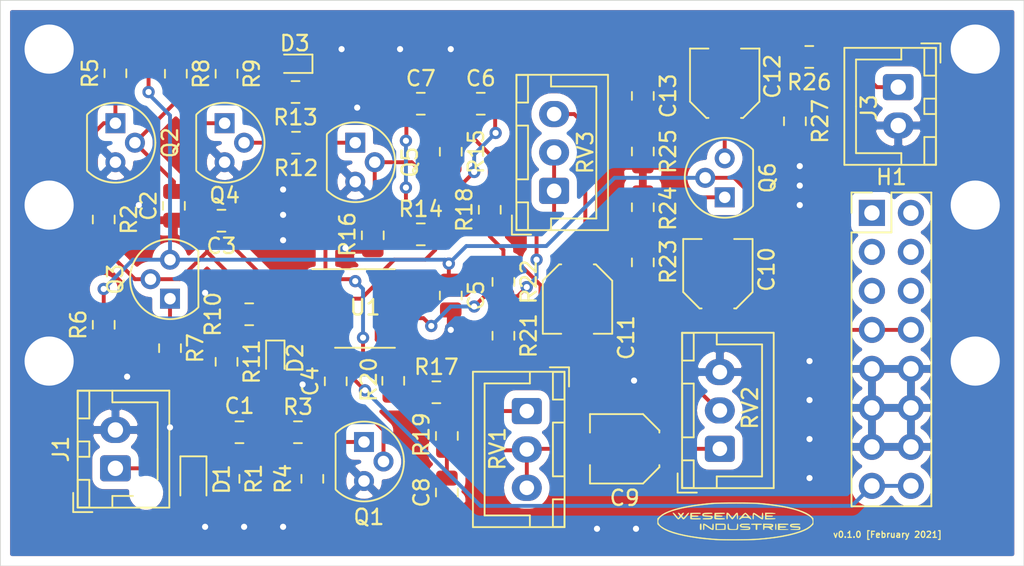
<source format=kicad_pcb>
(kicad_pcb (version 20171130) (host pcbnew 5.1.9-73d0e3b20d~88~ubuntu20.04.1)
  (layers (0 F.Cu signal) (31 B.Cu signal) (34 B.Paste user) (35 F.Paste user) (36 B.SilkS user) (37 F.SilkS user) (38 B.Mask user) (39 F.Mask user) (44 Edge.Cuts user))
  (net 0 "")
  (net 1 "Net-(C1-Pad1)")
  (net 2 "Net-(C1-Pad2)")
  (net 3 "Net-(C2-Pad2)")
  (net 4 GND)
  (net 5 "Net-(C3-Pad2)")
  (net 6 "Net-(C3-Pad1)")
  (net 7 -12V)
  (net 8 +12V)
  (net 9 "Net-(C6-Pad2)")
  (net 10 "Net-(C6-Pad1)")
  (net 11 "Net-(C7-Pad1)")
  (net 12 "Net-(C8-Pad2)")
  (net 13 "Net-(C9-Pad1)")
  (net 14 "Net-(C10-Pad1)")
  (net 15 "Net-(C10-Pad2)")
  (net 16 "Net-(C11-Pad2)")
  (net 17 "Net-(C11-Pad1)")
  (net 18 "Net-(C12-Pad2)")
  (net 19 "Net-(C12-Pad1)")
  (net 20 "Net-(D1-Pad2)")
  (net 21 "Net-(D3-Pad2)")
  (net 22 "Net-(H1-Pad1)")
  (net 23 "Net-(H1-Pad2)")
  (net 24 "Net-(H1-Pad3)")
  (net 25 "Net-(H1-Pad4)")
  (net 26 "Net-(H1-Pad5)")
  (net 27 "Net-(H1-Pad6)")
  (net 28 "Net-(J3-Pad1)")
  (net 29 "Net-(Q1-Pad1)")
  (net 30 "Net-(Q1-Pad2)")
  (net 31 "Net-(Q2-Pad1)")
  (net 32 "Net-(Q3-Pad1)")
  (net 33 "Net-(Q5-Pad1)")
  (net 34 "Net-(Q5-Pad2)")
  (net 35 "Net-(Q6-Pad1)")
  (net 36 "Net-(R17-Pad2)")
  (net 37 "Net-(R20-Pad1)")
  (net 38 "Net-(R21-Pad1)")
  (module Logos:wesemane_industries_logo_small (layer F.Cu) (at 152.654 117.221)
    (fp_text reference G*** hide)
    (fp_text value LOGO hide)
  )
  (module Resistor_SMD:R_0805_2012Metric (layer F.Cu) (at 111.506 104.3155 270)
    (fp_text reference R6 (at 0 1.651 90) (layer F.SilkS))
    (fp_text value 4.7k)
    (pad 1 smd roundrect (at -0.9375 0 270) (size 0.975 1.4) (layers F.Cu F.Paste F.Mask) (net 8 +12V))
    (pad 2 smd roundrect (at 0.9375 0 270) (size 0.975 1.4) (layers F.Cu F.Paste F.Mask) (net 32 "Net-(Q3-Pad1)"))
  )
  (module Capacitor_SMD:C_0805_2012Metric (layer F.Cu) (at 120.3475 111.3155 180)
    (fp_text reference C1 (at 0 1.7145) (layer F.SilkS))
    (fp_text value 100n)
    (pad 1 smd roundrect (at -0.9375 0 180) (size 0.975 1.4) (layers F.Cu F.Paste F.Mask) (net 1 "Net-(C1-Pad1)"))
    (pad 2 smd roundrect (at 0.9375 0 180) (size 0.975 1.4) (layers F.Cu F.Paste F.Mask) (net 2 "Net-(C1-Pad2)"))
  )
  (module Capacitor_SMD:C_0805_2012Metric (layer F.Cu) (at 116.078 96.5685 90)
    (fp_text reference C2 (at 0 -1.65 90) (layer F.SilkS))
    (fp_text value 100n)
    (pad 2 smd roundrect (at 0.9375 0 90) (size 0.975 1.4) (layers F.Cu F.Paste F.Mask) (net 3 "Net-(C2-Pad2)"))
    (pad 1 smd roundrect (at -0.9375 0 90) (size 0.975 1.4) (layers F.Cu F.Paste F.Mask) (net 4 GND))
  )
  (module Capacitor_SMD:C_0805_2012Metric (layer F.Cu) (at 119.1745 97.536 180)
    (fp_text reference C3 (at 0 -1.65) (layer F.SilkS))
    (fp_text value 15n)
    (pad 2 smd roundrect (at 0.9375 0 180) (size 0.975 1.4) (layers F.Cu F.Paste F.Mask) (net 5 "Net-(C3-Pad2)"))
    (pad 1 smd roundrect (at -0.9375 0 180) (size 0.975 1.4) (layers F.Cu F.Paste F.Mask) (net 6 "Net-(C3-Pad1)"))
  )
  (module Capacitor_SMD:C_0805_2012Metric (layer F.Cu) (at 126.619 107.9985 90)
    (fp_text reference C4 (at 0 -1.65 90) (layer F.SilkS))
    (fp_text value 100n)
    (pad 2 smd roundrect (at 0.9375 0 90) (size 0.975 1.4) (layers F.Cu F.Paste F.Mask) (net 7 -12V))
    (pad 1 smd roundrect (at -0.9375 0 90) (size 0.975 1.4) (layers F.Cu F.Paste F.Mask) (net 4 GND))
  )
  (module Capacitor_SMD:C_0805_2012Metric (layer F.Cu) (at 134.112 102.4105 270)
    (fp_text reference C5 (at 0 -1.65 90) (layer F.SilkS))
    (fp_text value 100n)
    (pad 1 smd roundrect (at -0.9375 0 270) (size 0.975 1.4) (layers F.Cu F.Paste F.Mask) (net 8 +12V))
    (pad 2 smd roundrect (at 0.9375 0 270) (size 0.975 1.4) (layers F.Cu F.Paste F.Mask) (net 4 GND))
  )
  (module Capacitor_SMD:C_0805_2012Metric (layer F.Cu) (at 136.0655 89.916)
    (fp_text reference C6 (at 0 -1.65) (layer F.SilkS))
    (fp_text value 15n)
    (pad 2 smd roundrect (at 0.9375 0) (size 0.975 1.4) (layers F.Cu F.Paste F.Mask) (net 9 "Net-(C6-Pad2)"))
    (pad 1 smd roundrect (at -0.9375 0) (size 0.975 1.4) (layers F.Cu F.Paste F.Mask) (net 10 "Net-(C6-Pad1)"))
  )
  (module Capacitor_SMD:C_0805_2012Metric (layer F.Cu) (at 132.1585 89.916)
    (fp_text reference C7 (at 0 -1.65) (layer F.SilkS))
    (fp_text value 15n)
    (pad 1 smd roundrect (at -0.9375 0) (size 0.975 1.4) (layers F.Cu F.Paste F.Mask) (net 11 "Net-(C7-Pad1)"))
    (pad 2 smd roundrect (at 0.9375 0) (size 0.975 1.4) (layers F.Cu F.Paste F.Mask) (net 10 "Net-(C6-Pad1)"))
  )
  (module Capacitor_SMD:C_0805_2012Metric (layer F.Cu) (at 133.858 115.2375 90)
    (fp_text reference C8 (at 0 -1.65 90) (layer F.SilkS))
    (fp_text value 100n)
    (pad 1 smd roundrect (at -0.9375 0 90) (size 0.975 1.4) (layers F.Cu F.Paste F.Mask) (net 4 GND))
    (pad 2 smd roundrect (at 0.9375 0 90) (size 0.975 1.4) (layers F.Cu F.Paste F.Mask) (net 12 "Net-(C8-Pad2)"))
  )
  (module Capacitor_SMD:C_Elec_4x5.4 (layer F.Cu) (at 145.439 112.395 180)
    (fp_text reference C9 (at 0 -3.2) (layer F.SilkS))
    (fp_text value 0.47/50)
    (pad 1 smd roundrect (at -1.675 0 180) (size 2.65 1.6) (layers F.Cu F.Paste F.Mask) (roundrect_rratio 0.15625) (net 13 "Net-(C9-Pad1)"))
    (pad 2 smd roundrect (at 1.675 0 180) (size 2.65 1.6) (layers F.Cu F.Paste F.Mask) (roundrect_rratio 0.15625) (net 12 "Net-(C8-Pad2)"))
  )
  (module Capacitor_SMD:C_Elec_4x5.4 (layer F.Cu) (at 151.511 100.989 90)
    (fp_text reference C10 (at 0.278 3.175 90) (layer F.SilkS))
    (fp_text value 0.47/50)
    (pad 1 smd roundrect (at -1.675 0 90) (size 2.65 1.6) (layers F.Cu F.Paste F.Mask) (roundrect_rratio 0.15625) (net 14 "Net-(C10-Pad1)"))
    (pad 2 smd roundrect (at 1.675 0 90) (size 2.65 1.6) (layers F.Cu F.Paste F.Mask) (roundrect_rratio 0.15625) (net 15 "Net-(C10-Pad2)"))
  )
  (module Capacitor_SMD:C_Elec_4x5.4 (layer F.Cu) (at 142.367 102.64 270)
    (fp_text reference C11 (at 2.516 -3.175 90) (layer F.SilkS))
    (fp_text value 33/6.3)
    (pad 2 smd roundrect (at 1.675 0 270) (size 2.65 1.6) (layers F.Cu F.Paste F.Mask) (roundrect_rratio 0.15625) (net 16 "Net-(C11-Pad2)"))
    (pad 1 smd roundrect (at -1.675 0 270) (size 2.65 1.6) (layers F.Cu F.Paste F.Mask) (roundrect_rratio 0.15625) (net 17 "Net-(C11-Pad1)"))
  )
  (module Capacitor_SMD:C_Elec_4x5.4 (layer F.Cu) (at 151.9555 88.5825 90)
    (fp_text reference C12 (at 0.4445 3.1115 90) (layer F.SilkS))
    (fp_text value 0.47/50)
    (pad 2 smd roundrect (at 1.675 0 90) (size 2.65 1.6) (layers F.Cu F.Paste F.Mask) (roundrect_rratio 0.15625) (net 18 "Net-(C12-Pad2)"))
    (pad 1 smd roundrect (at -1.675 0 90) (size 2.65 1.6) (layers F.Cu F.Paste F.Mask) (roundrect_rratio 0.15625) (net 19 "Net-(C12-Pad1)"))
  )
  (module Capacitor_SMD:C_0805_2012Metric (layer F.Cu) (at 146.6215 89.408 270)
    (fp_text reference C13 (at 0 -1.65 90) (layer F.SilkS))
    (fp_text value 220p)
    (pad 1 smd roundrect (at -0.9375 0 270) (size 0.975 1.4) (layers F.Cu F.Paste F.Mask) (net 4 GND))
    (pad 2 smd roundrect (at 0.9375 0 270) (size 0.975 1.4) (layers F.Cu F.Paste F.Mask) (net 19 "Net-(C12-Pad1)"))
  )
  (module Diode_SMD:D_SOD-323F (layer F.Cu) (at 117.348 114.384 270)
    (fp_text reference D1 (at 0 -1.85 90) (layer F.SilkS))
    (fp_text value 1N914A)
    (pad 1 smd rect (at -1.1 0 270) (size 0.5 0.5) (layers F.Cu F.Paste F.Mask) (net 2 "Net-(C1-Pad2)"))
    (pad 2 smd rect (at 1.1 0 270) (size 0.5 0.5) (layers F.Cu F.Paste F.Mask) (net 20 "Net-(D1-Pad2)"))
  )
  (module Diode_SMD:D_SOD-523 (layer F.Cu) (at 122.682 106.491 270)
    (fp_text reference D2 (at 0 -1.3 90) (layer F.SilkS))
    (fp_text value 1N4148)
    (pad 2 smd rect (at 0.7 0 90) (size 0.6 0.7) (layers F.Cu F.Paste F.Mask) (net 4 GND))
    (pad 1 smd rect (at -0.7 0 90) (size 0.6 0.7) (layers F.Cu F.Paste F.Mask) (net 6 "Net-(C3-Pad1)"))
  )
  (module Diode_SMD:D_SOD-523 (layer F.Cu) (at 123.952 87.3125 180)
    (fp_text reference D3 (at 0 1.3335) (layer F.SilkS))
    (fp_text value 1N4148)
    (pad 1 smd rect (at -0.7 0) (size 0.6 0.7) (layers F.Cu F.Paste F.Mask) (net 4 GND))
    (pad 2 smd rect (at 0.7 0) (size 0.6 0.7) (layers F.Cu F.Paste F.Mask) (net 21 "Net-(D3-Pad2)"))
  )
  (module Connector_PinHeader_2.54mm:PinHeader_2x08_P2.54mm_Vertical (layer F.Cu) (at 161.544 97.028)
    (fp_text reference H1 (at 1.27 -2.33) (layer F.SilkS))
    (fp_text value PIN_HEADER_2x8)
    (pad 1 thru_hole rect (at 0 0) (size 1.7 1.7) (drill 1) (layers *.Cu *.Mask) (net 22 "Net-(H1-Pad1)"))
    (pad 2 thru_hole oval (at 2.54 0) (size 1.7 1.7) (drill 1) (layers *.Cu *.Mask) (net 23 "Net-(H1-Pad2)"))
    (pad 3 thru_hole oval (at 0 2.54) (size 1.7 1.7) (drill 1) (layers *.Cu *.Mask) (net 24 "Net-(H1-Pad3)"))
    (pad 4 thru_hole oval (at 2.54 2.54) (size 1.7 1.7) (drill 1) (layers *.Cu *.Mask) (net 25 "Net-(H1-Pad4)"))
    (pad 5 thru_hole oval (at 0 5.08) (size 1.7 1.7) (drill 1) (layers *.Cu *.Mask) (net 26 "Net-(H1-Pad5)"))
    (pad 6 thru_hole oval (at 2.54 5.08) (size 1.7 1.7) (drill 1) (layers *.Cu *.Mask) (net 27 "Net-(H1-Pad6)"))
    (pad 7 thru_hole oval (at 0 7.62) (size 1.7 1.7) (drill 1) (layers *.Cu *.Mask) (net 8 +12V))
    (pad 8 thru_hole oval (at 2.54 7.62) (size 1.7 1.7) (drill 1) (layers *.Cu *.Mask) (net 8 +12V))
    (pad 9 thru_hole oval (at 0 10.16) (size 1.7 1.7) (drill 1) (layers *.Cu *.Mask) (net 4 GND))
    (pad 10 thru_hole oval (at 2.54 10.16) (size 1.7 1.7) (drill 1) (layers *.Cu *.Mask) (net 4 GND))
    (pad 11 thru_hole oval (at 0 12.7) (size 1.7 1.7) (drill 1) (layers *.Cu *.Mask) (net 4 GND))
    (pad 12 thru_hole oval (at 2.54 12.7) (size 1.7 1.7) (drill 1) (layers *.Cu *.Mask) (net 4 GND))
    (pad 13 thru_hole oval (at 0 15.24) (size 1.7 1.7) (drill 1) (layers *.Cu *.Mask) (net 4 GND))
    (pad 14 thru_hole oval (at 2.54 15.24) (size 1.7 1.7) (drill 1) (layers *.Cu *.Mask) (net 4 GND))
    (pad 15 thru_hole oval (at 0 17.78) (size 1.7 1.7) (drill 1) (layers *.Cu *.Mask) (net 7 -12V))
    (pad 16 thru_hole oval (at 2.54 17.78) (size 1.7 1.7) (drill 1) (layers *.Cu *.Mask) (net 7 -12V))
  )
  (module Connector_JST:JST_XH_B2B-XH-AM_1x02_P2.50mm_Vertical (layer F.Cu) (at 112.268 113.665 90)
    (fp_text reference J1 (at 1.25 -3.55 90) (layer F.SilkS))
    (fp_text value "CV IN")
    (pad 1 thru_hole roundrect (at 0 0 90) (size 1.7 2) (drill 1) (layers *.Cu *.Mask) (roundrect_rratio 0.1470588235294118) (net 20 "Net-(D1-Pad2)"))
    (pad 2 thru_hole oval (at 2.5 0 90) (size 1.7 2) (drill 1) (layers *.Cu *.Mask) (net 4 GND))
    (pad "" np_thru_hole circle (at -1.6 2 90) (size 1.2 1.2) (drill 1.2) (layers *.Cu *.Mask))
  )
  (module Connector_JST:JST_XH_B2B-XH-A_1x02_P2.50mm_Vertical (layer F.Cu) (at 163.2585 88.8365 270)
    (fp_text reference J3 (at 1.3335 1.905 90) (layer F.SilkS))
    (fp_text value "TRIGGER OUT")
    (pad 1 thru_hole roundrect (at 0 0 270) (size 1.7 2) (drill 1) (layers *.Cu *.Mask) (roundrect_rratio 0.1470588235294118) (net 28 "Net-(J3-Pad1)"))
    (pad 2 thru_hole oval (at 2.5 0 270) (size 1.7 2) (drill 1) (layers *.Cu *.Mask) (net 4 GND))
  )
  (module Package_TO_SOT_THT:TO-92 (layer F.Cu) (at 128.4605 111.9505 270)
    (fp_text reference Q1 (at 4.8895 -0.3175 180) (layer F.SilkS))
    (fp_text value BC546)
    (pad 1 thru_hole rect (at 0 0) (size 1.3 1.3) (drill 0.75) (layers *.Cu *.Mask) (net 29 "Net-(Q1-Pad1)"))
    (pad 3 thru_hole circle (at 2.54 0) (size 1.3 1.3) (drill 0.75) (layers *.Cu *.Mask) (net 4 GND))
    (pad 2 thru_hole circle (at 1.27 -1.27) (size 1.3 1.3) (drill 0.75) (layers *.Cu *.Mask) (net 30 "Net-(Q1-Pad2)"))
  )
  (module Package_TO_SOT_THT:TO-92 (layer F.Cu) (at 112.268 91.186 270)
    (fp_text reference Q2 (at 1.27 -3.56 90) (layer F.SilkS))
    (fp_text value BC546)
    (pad 1 thru_hole rect (at 0 0) (size 1.3 1.3) (drill 0.75) (layers *.Cu *.Mask) (net 31 "Net-(Q2-Pad1)"))
    (pad 3 thru_hole circle (at 2.54 0) (size 1.3 1.3) (drill 0.75) (layers *.Cu *.Mask) (net 4 GND))
    (pad 2 thru_hole circle (at 1.27 -1.27) (size 1.3 1.3) (drill 0.75) (layers *.Cu *.Mask) (net 3 "Net-(C2-Pad2)"))
  )
  (module Package_TO_SOT_THT:TO-92 (layer F.Cu) (at 115.824 102.616 90)
    (fp_text reference Q3 (at 1.27 -3.56 90) (layer F.SilkS))
    (fp_text value BC556)
    (pad 2 thru_hole circle (at 1.27 -1.27 180) (size 1.3 1.3) (drill 0.75) (layers *.Cu *.Mask) (net 5 "Net-(C3-Pad2)"))
    (pad 3 thru_hole circle (at 2.54 0 180) (size 1.3 1.3) (drill 0.75) (layers *.Cu *.Mask) (net 8 +12V))
    (pad 1 thru_hole rect (at 0 0 180) (size 1.3 1.3) (drill 0.75) (layers *.Cu *.Mask) (net 32 "Net-(Q3-Pad1)"))
  )
  (module Package_TO_SOT_THT:TO-92 (layer F.Cu) (at 119.38 91.186 270)
    (fp_text reference Q4 (at 4.699 0 180) (layer F.SilkS))
    (fp_text value BC546)
    (pad 2 thru_hole circle (at 1.27 -1.27) (size 1.3 1.3) (drill 0.75) (layers *.Cu *.Mask) (net 21 "Net-(D3-Pad2)"))
    (pad 3 thru_hole circle (at 2.54 0) (size 1.3 1.3) (drill 0.75) (layers *.Cu *.Mask) (net 4 GND))
    (pad 1 thru_hole rect (at 0 0) (size 1.3 1.3) (drill 0.75) (layers *.Cu *.Mask) (net 3 "Net-(C2-Pad2)"))
  )
  (module Package_TO_SOT_THT:TO-92 (layer F.Cu) (at 127.889 92.456 270)
    (fp_text reference Q5 (at 1.27 -3.56 90) (layer F.SilkS))
    (fp_text value BC546)
    (pad 1 thru_hole rect (at 0 0) (size 1.3 1.3) (drill 0.75) (layers *.Cu *.Mask) (net 33 "Net-(Q5-Pad1)"))
    (pad 3 thru_hole circle (at 2.54 0) (size 1.3 1.3) (drill 0.75) (layers *.Cu *.Mask) (net 4 GND))
    (pad 2 thru_hole circle (at 1.27 -1.27) (size 1.3 1.3) (drill 0.75) (layers *.Cu *.Mask) (net 34 "Net-(Q5-Pad2)"))
  )
  (module Package_TO_SOT_THT:TO-92 (layer F.Cu) (at 151.9555 96.012 90)
    (fp_text reference Q6 (at 1.27 2.794 90) (layer F.SilkS))
    (fp_text value BC546)
    (pad 2 thru_hole circle (at 1.27 -1.27 180) (size 1.3 1.3) (drill 0.75) (layers *.Cu *.Mask) (net 8 +12V))
    (pad 3 thru_hole circle (at 2.54 0 180) (size 1.3 1.3) (drill 0.75) (layers *.Cu *.Mask) (net 19 "Net-(C12-Pad1)"))
    (pad 1 thru_hole rect (at 0 0 180) (size 1.3 1.3) (drill 0.75) (layers *.Cu *.Mask) (net 35 "Net-(Q6-Pad1)"))
  )
  (module Resistor_SMD:R_0805_2012Metric (layer F.Cu) (at 119.634 114.3485 270)
    (fp_text reference R1 (at 0 -1.65 90) (layer F.SilkS))
    (fp_text value 100k)
    (pad 2 smd roundrect (at 0.9375 0 270) (size 0.975 1.4) (layers F.Cu F.Paste F.Mask) (net 4 GND))
    (pad 1 smd roundrect (at -0.9375 0 270) (size 0.975 1.4) (layers F.Cu F.Paste F.Mask) (net 2 "Net-(C1-Pad2)"))
  )
  (module Resistor_SMD:R_0805_2012Metric (layer F.Cu) (at 111.506 97.4575 270)
    (fp_text reference R2 (at 0 -1.65 90) (layer F.SilkS))
    (fp_text value 8.2k)
    (pad 1 smd roundrect (at -0.9375 0 270) (size 0.975 1.4) (layers F.Cu F.Paste F.Mask) (net 31 "Net-(Q2-Pad1)"))
    (pad 2 smd roundrect (at 0.9375 0 270) (size 0.975 1.4) (layers F.Cu F.Paste F.Mask) (net 5 "Net-(C3-Pad2)"))
  )
  (module Resistor_SMD:R_0805_2012Metric (layer F.Cu) (at 124.1575 111.3155)
    (fp_text reference R3 (at 0 -1.65) (layer F.SilkS))
    (fp_text value 22k)
    (pad 2 smd roundrect (at 0.9375 0) (size 0.975 1.4) (layers F.Cu F.Paste F.Mask) (net 29 "Net-(Q1-Pad1)"))
    (pad 1 smd roundrect (at -0.9375 0) (size 0.975 1.4) (layers F.Cu F.Paste F.Mask) (net 1 "Net-(C1-Pad1)"))
  )
  (module Resistor_SMD:R_0805_2012Metric (layer F.Cu) (at 125.095 114.3485 270)
    (fp_text reference R4 (at 0 1.905 90) (layer F.SilkS))
    (fp_text value 10k)
    (pad 1 smd roundrect (at -0.9375 0 270) (size 0.975 1.4) (layers F.Cu F.Paste F.Mask) (net 29 "Net-(Q1-Pad1)"))
    (pad 2 smd roundrect (at 0.9375 0 270) (size 0.975 1.4) (layers F.Cu F.Paste F.Mask) (net 4 GND))
  )
  (module Resistor_SMD:R_0805_2012Metric (layer F.Cu) (at 112.268 87.9325 90)
    (fp_text reference R5 (at 0 -1.65 90) (layer F.SilkS))
    (fp_text value 2.7k)
    (pad 2 smd roundrect (at 0.9375 0 90) (size 0.975 1.4) (layers F.Cu F.Paste F.Mask) (net 4 GND))
    (pad 1 smd roundrect (at -0.9375 0 90) (size 0.975 1.4) (layers F.Cu F.Paste F.Mask) (net 31 "Net-(Q2-Pad1)"))
  )
  (module Resistor_SMD:R_0805_2012Metric (layer F.Cu) (at 115.824 105.8395 270)
    (fp_text reference R7 (at 0 -1.65 90) (layer F.SilkS))
    (fp_text value 10k)
    (pad 1 smd roundrect (at -0.9375 0 270) (size 0.975 1.4) (layers F.Cu F.Paste F.Mask) (net 32 "Net-(Q3-Pad1)"))
    (pad 2 smd roundrect (at 0.9375 0 270) (size 0.975 1.4) (layers F.Cu F.Paste F.Mask) (net 30 "Net-(Q1-Pad2)"))
  )
  (module Resistor_SMD:R_0805_2012Metric (layer F.Cu) (at 116.205 87.9625 270)
    (fp_text reference R8 (at 0 -1.65 90) (layer F.SilkS))
    (fp_text value 1M)
    (pad 2 smd roundrect (at 0.9375 0 270) (size 0.975 1.4) (layers F.Cu F.Paste F.Mask) (net 3 "Net-(C2-Pad2)"))
    (pad 1 smd roundrect (at -0.9375 0 270) (size 0.975 1.4) (layers F.Cu F.Paste F.Mask) (net 8 +12V))
  )
  (module Resistor_SMD:R_0805_2012Metric (layer F.Cu) (at 119.507 87.9625 270)
    (fp_text reference R9 (at 0 -1.65 90) (layer F.SilkS))
    (fp_text value 22k)
    (pad 2 smd roundrect (at 0.9375 0 270) (size 0.975 1.4) (layers F.Cu F.Paste F.Mask) (net 21 "Net-(D3-Pad2)"))
    (pad 1 smd roundrect (at -0.9375 0 270) (size 0.975 1.4) (layers F.Cu F.Paste F.Mask) (net 8 +12V))
  )
  (module Resistor_SMD:R_0805_2012Metric (layer F.Cu) (at 120.9825 103.632 180)
    (fp_text reference R10 (at 2.3645 0 90) (layer F.SilkS))
    (fp_text value 100k)
    (pad 1 smd roundrect (at -0.9375 0 180) (size 0.975 1.4) (layers F.Cu F.Paste F.Mask) (net 6 "Net-(C3-Pad1)"))
    (pad 2 smd roundrect (at 0.9375 0 180) (size 0.975 1.4) (layers F.Cu F.Paste F.Mask) (net 5 "Net-(C3-Pad2)"))
  )
  (module Resistor_SMD:R_0805_2012Metric (layer F.Cu) (at 119.507 106.7285 270)
    (fp_text reference R11 (at 0 -1.65 90) (layer F.SilkS))
    (fp_text value 4.7k)
    (pad 2 smd roundrect (at 0.9375 0 270) (size 0.975 1.4) (layers F.Cu F.Paste F.Mask) (net 4 GND))
    (pad 1 smd roundrect (at -0.9375 0 270) (size 0.975 1.4) (layers F.Cu F.Paste F.Mask) (net 6 "Net-(C3-Pad1)"))
  )
  (module Resistor_SMD:R_0805_2012Metric (layer F.Cu) (at 124.0305 92.456 180)
    (fp_text reference R12 (at 0 -1.65) (layer F.SilkS))
    (fp_text value 100k)
    (pad 1 smd roundrect (at -0.9375 0 180) (size 0.975 1.4) (layers F.Cu F.Paste F.Mask) (net 33 "Net-(Q5-Pad1)"))
    (pad 2 smd roundrect (at 0.9375 0 180) (size 0.975 1.4) (layers F.Cu F.Paste F.Mask) (net 21 "Net-(D3-Pad2)"))
  )
  (module Resistor_SMD:R_0805_2012Metric (layer F.Cu) (at 124.0005 89.154 180)
    (fp_text reference R13 (at 0 -1.65) (layer F.SilkS))
    (fp_text value 1M)
    (pad 2 smd roundrect (at 0.9375 0 180) (size 0.975 1.4) (layers F.Cu F.Paste F.Mask) (net 21 "Net-(D3-Pad2)"))
    (pad 1 smd roundrect (at -0.9375 0 180) (size 0.975 1.4) (layers F.Cu F.Paste F.Mask) (net 10 "Net-(C6-Pad1)"))
  )
  (module Resistor_SMD:R_0805_2012Metric (layer F.Cu) (at 132.1585 98.425)
    (fp_text reference R14 (at 0 -1.65) (layer F.SilkS))
    (fp_text value 1M)
    (pad 1 smd roundrect (at -0.9375 0) (size 0.975 1.4) (layers F.Cu F.Paste F.Mask) (net 11 "Net-(C7-Pad1)"))
    (pad 2 smd roundrect (at 0.9375 0) (size 0.975 1.4) (layers F.Cu F.Paste F.Mask) (net 9 "Net-(C6-Pad2)"))
  )
  (module Resistor_SMD:R_0805_2012Metric (layer F.Cu) (at 134.112 93.0425 270)
    (fp_text reference R15 (at 0 -1.65 90) (layer F.SilkS))
    (fp_text value 6.8k)
    (pad 2 smd roundrect (at 0.9375 0 270) (size 0.975 1.4) (layers F.Cu F.Paste F.Mask) (net 34 "Net-(Q5-Pad2)"))
    (pad 1 smd roundrect (at -0.9375 0 270) (size 0.975 1.4) (layers F.Cu F.Paste F.Mask) (net 10 "Net-(C6-Pad1)"))
  )
  (module Resistor_SMD:R_0805_2012Metric (layer F.Cu) (at 129.032 98.4885 270)
    (fp_text reference R16 (at -0.0635 1.651 90) (layer F.SilkS))
    (fp_text value 47k)
    (pad 2 smd roundrect (at 0.9375 0 270) (size 0.975 1.4) (layers F.Cu F.Paste F.Mask) (net 4 GND))
    (pad 1 smd roundrect (at -0.9375 0 270) (size 0.975 1.4) (layers F.Cu F.Paste F.Mask) (net 34 "Net-(Q5-Pad2)"))
  )
  (module Resistor_SMD:R_0805_2012Metric (layer F.Cu) (at 133.1745 108.712)
    (fp_text reference R17 (at 0 -1.65) (layer F.SilkS))
    (fp_text value 220)
    (pad 1 smd roundrect (at -0.9375 0) (size 0.975 1.4) (layers F.Cu F.Paste F.Mask) (net 11 "Net-(C7-Pad1)"))
    (pad 2 smd roundrect (at 0.9375 0) (size 0.975 1.4) (layers F.Cu F.Paste F.Mask) (net 36 "Net-(R17-Pad2)"))
  )
  (module Resistor_SMD:R_0805_2012Metric (layer F.Cu) (at 136.652 96.8225 90)
    (fp_text reference R18 (at 0 -1.65 90) (layer F.SilkS))
    (fp_text value 470k)
    (pad 1 smd roundrect (at -0.9375 0 90) (size 0.975 1.4) (layers F.Cu F.Paste F.Mask) (net 16 "Net-(C11-Pad2)"))
    (pad 2 smd roundrect (at 0.9375 0 90) (size 0.975 1.4) (layers F.Cu F.Paste F.Mask) (net 10 "Net-(C6-Pad1)"))
  )
  (module Resistor_SMD:R_0805_2012Metric (layer F.Cu) (at 133.858 111.5545 270)
    (fp_text reference R19 (at -0.0785 1.651 90) (layer F.SilkS))
    (fp_text value 10k)
    (pad 2 smd roundrect (at 0.9375 0 270) (size 0.975 1.4) (layers F.Cu F.Paste F.Mask) (net 12 "Net-(C8-Pad2)"))
    (pad 1 smd roundrect (at -0.9375 0 270) (size 0.975 1.4) (layers F.Cu F.Paste F.Mask) (net 36 "Net-(R17-Pad2)"))
  )
  (module Resistor_SMD:R_0805_2012Metric (layer F.Cu) (at 130.3655 107.965 270)
    (fp_text reference R20 (at -0.0785 1.5875 90) (layer F.SilkS))
    (fp_text value 47k)
    (pad 2 smd roundrect (at 0.9375 0 270) (size 0.975 1.4) (layers F.Cu F.Paste F.Mask) (net 11 "Net-(C7-Pad1)"))
    (pad 1 smd roundrect (at -0.9375 0 270) (size 0.975 1.4) (layers F.Cu F.Paste F.Mask) (net 37 "Net-(R20-Pad1)"))
  )
  (module Resistor_SMD:R_0805_2012Metric (layer F.Cu) (at 137.541 105.029 270)
    (fp_text reference R21 (at 0 -1.65 90) (layer F.SilkS))
    (fp_text value 22k)
    (pad 2 smd roundrect (at 0.9375 0 270) (size 0.975 1.4) (layers F.Cu F.Paste F.Mask) (net 4 GND))
    (pad 1 smd roundrect (at -0.9375 0 270) (size 0.975 1.4) (layers F.Cu F.Paste F.Mask) (net 38 "Net-(R21-Pad1)"))
  )
  (module Resistor_SMD:R_0805_2012Metric (layer F.Cu) (at 137.541 101.5215 270)
    (fp_text reference R22 (at 0 -1.65 90) (layer F.SilkS))
    (fp_text value 47k)
    (pad 1 smd roundrect (at -0.9375 0 270) (size 0.975 1.4) (layers F.Cu F.Paste F.Mask) (net 16 "Net-(C11-Pad2)"))
    (pad 2 smd roundrect (at 0.9375 0 270) (size 0.975 1.4) (layers F.Cu F.Paste F.Mask) (net 37 "Net-(R20-Pad1)"))
  )
  (module Resistor_SMD:R_0805_2012Metric (layer F.Cu) (at 146.6215 100.2515 270)
    (fp_text reference R23 (at -0.0485 -1.651 90) (layer F.SilkS))
    (fp_text value 82k)
    (pad 1 smd roundrect (at -0.9375 0 270) (size 0.975 1.4) (layers F.Cu F.Paste F.Mask) (net 35 "Net-(Q6-Pad1)"))
    (pad 2 smd roundrect (at 0.9375 0 270) (size 0.975 1.4) (layers F.Cu F.Paste F.Mask) (net 15 "Net-(C10-Pad2)"))
  )
  (module Resistor_SMD:R_0805_2012Metric (layer F.Cu) (at 146.6215 96.662 90)
    (fp_text reference R24 (at -0.0785 1.651 90) (layer F.SilkS))
    (fp_text value 100k)
    (pad 1 smd roundrect (at -0.9375 0 90) (size 0.975 1.4) (layers F.Cu F.Paste F.Mask) (net 35 "Net-(Q6-Pad1)"))
    (pad 2 smd roundrect (at 0.9375 0 90) (size 0.975 1.4) (layers F.Cu F.Paste F.Mask) (net 4 GND))
  )
  (module Resistor_SMD:R_0805_2012Metric (layer F.Cu) (at 146.6215 93.0275 270)
    (fp_text reference R25 (at 0 -1.65 90) (layer F.SilkS))
    (fp_text value 6.8k)
    (pad 1 smd roundrect (at -0.9375 0 270) (size 0.975 1.4) (layers F.Cu F.Paste F.Mask) (net 19 "Net-(C12-Pad1)"))
    (pad 2 smd roundrect (at 0.9375 0 270) (size 0.975 1.4) (layers F.Cu F.Paste F.Mask) (net 4 GND))
  )
  (module Resistor_SMD:R_0805_2012Metric (layer F.Cu) (at 157.465 86.868 180)
    (fp_text reference R26 (at 0 -1.65) (layer F.SilkS))
    (fp_text value 1k)
    (pad 2 smd roundrect (at 0.9375 0 180) (size 0.975 1.4) (layers F.Cu F.Paste F.Mask) (net 18 "Net-(C12-Pad2)"))
    (pad 1 smd roundrect (at -0.9375 0 180) (size 0.975 1.4) (layers F.Cu F.Paste F.Mask) (net 28 "Net-(J3-Pad1)"))
  )
  (module Resistor_SMD:R_0805_2012Metric (layer F.Cu) (at 156.5275 91.059 270)
    (fp_text reference R27 (at 0 -1.65 90) (layer F.SilkS))
    (fp_text value 100k)
    (pad 1 smd roundrect (at -0.9375 0 270) (size 0.975 1.4) (layers F.Cu F.Paste F.Mask) (net 18 "Net-(C12-Pad2)"))
    (pad 2 smd roundrect (at 0.9375 0 270) (size 0.975 1.4) (layers F.Cu F.Paste F.Mask) (net 4 GND))
  )
  (module Connector_JST:JST_XH_B3B-XH-A_1x03_P2.50mm_Vertical (layer F.Cu) (at 139.065 109.935 270)
    (fp_text reference RV1 (at 2.46 1.905 90) (layer F.SilkS))
    (fp_text value 10k)
    (pad 1 thru_hole roundrect (at 0 0 270) (size 1.7 1.95) (drill 0.95) (layers *.Cu *.Mask) (roundrect_rratio 0.1470588235294118) (net 36 "Net-(R17-Pad2)"))
    (pad 2 thru_hole oval (at 2.5 0 270) (size 1.7 1.95) (drill 0.95) (layers *.Cu *.Mask) (net 12 "Net-(C8-Pad2)"))
    (pad 3 thru_hole oval (at 5 0 270) (size 1.7 1.95) (drill 0.95) (layers *.Cu *.Mask) (net 12 "Net-(C8-Pad2)"))
  )
  (module Connector_JST:JST_XH_B3B-XH-A_1x03_P2.50mm_Vertical (layer F.Cu) (at 151.638 112.395 90)
    (fp_text reference RV2 (at 2.667 1.9685 90) (layer F.SilkS))
    (fp_text value 10k)
    (pad 3 thru_hole oval (at 5 0 90) (size 1.7 1.95) (drill 0.95) (layers *.Cu *.Mask) (net 4 GND))
    (pad 2 thru_hole oval (at 2.5 0 90) (size 1.7 1.95) (drill 0.95) (layers *.Cu *.Mask) (net 14 "Net-(C10-Pad1)"))
    (pad 1 thru_hole roundrect (at 0 0 90) (size 1.7 1.95) (drill 0.95) (layers *.Cu *.Mask) (roundrect_rratio 0.1470588235294118) (net 13 "Net-(C9-Pad1)"))
  )
  (module Connector_JST:JST_XH_B3B-XH-A_1x03_P2.50mm_Vertical (layer F.Cu) (at 140.843 95.591 90)
    (fp_text reference RV3 (at 2.5 2.032 90) (layer F.SilkS))
    (fp_text value 500kB)
    (pad 1 thru_hole roundrect (at 0 0 90) (size 1.7 1.95) (drill 0.95) (layers *.Cu *.Mask) (roundrect_rratio 0.1470588235294118) (net 37 "Net-(R20-Pad1)"))
    (pad 2 thru_hole oval (at 2.5 0 90) (size 1.7 1.95) (drill 0.95) (layers *.Cu *.Mask) (net 37 "Net-(R20-Pad1)"))
    (pad 3 thru_hole oval (at 5 0 90) (size 1.7 1.95) (drill 0.95) (layers *.Cu *.Mask) (net 17 "Net-(C11-Pad1)"))
  )
  (module Package_SO:SO-8_3.9x4.9mm_P1.27mm (layer F.Cu) (at 128.524 103.251)
    (fp_text reference U1 (at 0 -0.0635) (layer F.SilkS))
    (fp_text value TL072P)
    (pad 1 smd roundrect (at -2.575 -1.905) (size 1.75 0.6) (layers F.Cu F.Paste F.Mask) (net 11 "Net-(C7-Pad1)"))
    (pad 2 smd roundrect (at -2.575 -0.635) (size 1.75 0.6) (layers F.Cu F.Paste F.Mask) (net 9 "Net-(C6-Pad2)"))
    (pad 3 smd roundrect (at -2.575 0.635) (size 1.75 0.6) (layers F.Cu F.Paste F.Mask) (net 6 "Net-(C3-Pad1)"))
    (pad 4 smd roundrect (at -2.575 1.905) (size 1.75 0.6) (layers F.Cu F.Paste F.Mask) (net 7 -12V))
    (pad 5 smd roundrect (at 2.575 1.905) (size 1.75 0.6) (layers F.Cu F.Paste F.Mask) (net 38 "Net-(R21-Pad1)"))
    (pad 6 smd roundrect (at 2.575 0.635) (size 1.75 0.6) (layers F.Cu F.Paste F.Mask) (net 37 "Net-(R20-Pad1)"))
    (pad 7 smd roundrect (at 2.575 -0.635) (size 1.75 0.6) (layers F.Cu F.Paste F.Mask) (net 16 "Net-(C11-Pad2)"))
    (pad 8 smd roundrect (at 2.575 -1.905) (size 1.75 0.6) (layers F.Cu F.Paste F.Mask) (net 8 +12V))
  )
  (gr_text "v0.1.0 [February 2021]" (at 162.56 117.983) (layer F.SilkS) (effects (font (size 0.4 0.4) (thickness 0.08))))
  (gr_line (start 171.45 120.015) (end 104.775 120.015) (layer Edge.Cuts) (width 0.05))
  (gr_line (start 171.45 83.185) (end 171.45 120.015) (layer Edge.Cuts) (width 0.05))
  (gr_line (start 104.775 83.185) (end 171.45 83.185) (layer Edge.Cuts) (width 0.05))
  (gr_line (start 104.775 120.015) (end 104.775 83.185) (layer Edge.Cuts) (width 0.05))
  (via (at 168.275 96.52) (size 3.4) (drill 3.2) (layers F.Cu B.Cu) (net 4))
  (via (at 168.275 86.36) (size 3.4) (drill 3.2) (layers F.Cu B.Cu) (net 4))
  (via (at 168.275 106.68) (size 3.4) (drill 3.2) (layers F.Cu B.Cu) (net 4))
  (segment (start 121.285 111.3155) (end 123.22 111.3155) (width 0.254) (layer F.Cu) (net 1))
  (segment (start 119.507 113.284) (end 119.634 113.411) (width 0.254) (layer F.Cu) (net 2))
  (segment (start 117.348 113.284) (end 119.507 113.284) (width 0.254) (layer F.Cu) (net 2))
  (segment (start 119.41 113.187) (end 119.634 113.411) (width 0.254) (layer F.Cu) (net 2))
  (segment (start 119.41 111.3155) (end 119.41 113.187) (width 0.254) (layer F.Cu) (net 2))
  (segment (start 116.205 89.789) (end 113.538 92.456) (width 0.254) (layer F.Cu) (net 3))
  (segment (start 116.205 88.9) (end 116.205 89.789) (width 0.254) (layer F.Cu) (net 3))
  (segment (start 117.602 91.186) (end 119.38 91.186) (width 0.254) (layer F.Cu) (net 3))
  (segment (start 116.205 89.789) (end 117.602 91.186) (width 0.254) (layer F.Cu) (net 3))
  (segment (start 116.078 94.996) (end 113.538 92.456) (width 0.254) (layer F.Cu) (net 3))
  (segment (start 116.078 95.631) (end 116.078 94.996) (width 0.254) (layer F.Cu) (net 3))
  (via (at 123.19 97.155) (size 0.8) (drill 0.4) (layers F.Cu B.Cu) (net 4))
  (via (at 118.11 102.235) (size 0.8) (drill 0.4) (layers F.Cu B.Cu) (net 4))
  (via (at 146.05 107.95) (size 0.8) (drill 0.4) (layers F.Cu B.Cu) (net 4))
  (via (at 157.48 106.68) (size 0.8) (drill 0.4) (layers F.Cu B.Cu) (net 4))
  (via (at 127 86.36) (size 0.8) (drill 0.4) (layers F.Cu B.Cu) (net 4))
  (via (at 130.81 86.36) (size 0.8) (drill 0.4) (layers F.Cu B.Cu) (net 4))
  (via (at 134.112 86.36) (size 0.8) (drill 0.4) (layers F.Cu B.Cu) (net 4))
  (via (at 157.48 109.22) (size 0.8) (drill 0.4) (layers F.Cu B.Cu) (net 4))
  (via (at 157.48 111.76) (size 0.8) (drill 0.4) (layers F.Cu B.Cu) (net 4))
  (via (at 156.845 93.98) (size 0.8) (drill 0.4) (layers F.Cu B.Cu) (net 4))
  (via (at 156.845 95.25) (size 0.8) (drill 0.4) (layers F.Cu B.Cu) (net 4))
  (via (at 156.845 96.52) (size 0.8) (drill 0.4) (layers F.Cu B.Cu) (net 4))
  (via (at 143.637 117.602) (size 0.8) (drill 0.4) (layers F.Cu B.Cu) (net 4))
  (via (at 146.177 117.602) (size 0.8) (drill 0.4) (layers F.Cu B.Cu) (net 4))
  (via (at 118.11 117.475) (size 0.8) (drill 0.4) (layers F.Cu B.Cu) (net 4))
  (via (at 120.65 117.475) (size 0.8) (drill 0.4) (layers F.Cu B.Cu) (net 4))
  (via (at 123.19 117.475) (size 0.8) (drill 0.4) (layers F.Cu B.Cu) (net 4))
  (segment (start 134.112 103.348) (end 134.112 104.648) (width 0.254) (layer F.Cu) (net 4))
  (via (at 134.112 104.648) (size 0.8) (drill 0.4) (layers F.Cu B.Cu) (net 4))
  (via (at 124.46 108.204) (size 0.8) (drill 0.4) (layers F.Cu B.Cu) (net 4))
  (via (at 113.792 96.52) (size 0.8) (drill 0.4) (layers F.Cu B.Cu) (net 4))
  (via (at 113.03 107.696) (size 0.8) (drill 0.4) (layers F.Cu B.Cu) (net 4))
  (via (at 115.824 110.998) (size 0.8) (drill 0.4) (layers F.Cu B.Cu) (net 4))
  (segment (start 129.032 99.426) (end 129.032 99.314) (width 0.254) (layer F.Cu) (net 4))
  (via (at 127.254 99.314) (size 0.8) (drill 0.4) (layers F.Cu B.Cu) (net 4))
  (segment (start 129.032 99.314) (end 127.254 99.314) (width 0.254) (layer F.Cu) (net 4))
  (segment (start 125.349 99.314) (end 123.19 97.155) (width 0.254) (layer B.Cu) (net 4))
  (segment (start 127.254 99.314) (end 125.349 99.314) (width 0.254) (layer B.Cu) (net 4))
  (via (at 123.19 95.504) (size 0.8) (drill 0.4) (layers F.Cu B.Cu) (net 4))
  (via (at 123.19 98.806) (size 0.8) (drill 0.4) (layers F.Cu B.Cu) (net 4))
  (via (at 128.016 90.17) (size 0.8) (drill 0.4) (layers F.Cu B.Cu) (net 4))
  (via (at 157.48 114.3) (size 0.8) (drill 0.4) (layers F.Cu B.Cu) (net 4))
  (via (at 107.95 96.52) (size 3.4) (drill 3.2) (layers F.Cu B.Cu) (net 4))
  (via (at 107.95 86.36) (size 3.4) (drill 3.2) (layers F.Cu B.Cu) (net 4))
  (via (at 107.95 106.68) (size 3.4) (drill 3.2) (layers F.Cu B.Cu) (net 4))
  (segment (start 111.506 98.395) (end 111.506 99.314) (width 0.254) (layer F.Cu) (net 5))
  (segment (start 113.538 101.346) (end 114.554 101.346) (width 0.254) (layer F.Cu) (net 5))
  (segment (start 111.506 99.314) (end 113.538 101.346) (width 0.254) (layer F.Cu) (net 5))
  (segment (start 118.237 97.536) (end 118.237 99.568) (width 0.254) (layer F.Cu) (net 5))
  (segment (start 120.045 101.376) (end 120.045 103.632) (width 0.254) (layer F.Cu) (net 5))
  (segment (start 118.237 99.568) (end 120.045 101.376) (width 0.254) (layer F.Cu) (net 5))
  (segment (start 116.459 101.346) (end 118.237 99.568) (width 0.254) (layer F.Cu) (net 5))
  (segment (start 114.554 101.346) (end 116.459 101.346) (width 0.254) (layer F.Cu) (net 5))
  (segment (start 122.682 105.156) (end 122.682 105.791) (width 0.254) (layer F.Cu) (net 6))
  (segment (start 121.92 104.394) (end 122.682 105.156) (width 0.254) (layer F.Cu) (net 6))
  (segment (start 120.523 105.791) (end 121.92 104.394) (width 0.254) (layer F.Cu) (net 6))
  (segment (start 119.507 105.791) (end 120.523 105.791) (width 0.254) (layer F.Cu) (net 6))
  (segment (start 121.92 103.632) (end 121.92 104.394) (width 0.254) (layer F.Cu) (net 6))
  (segment (start 123.571 105.791) (end 122.682 105.791) (width 0.254) (layer F.Cu) (net 6))
  (segment (start 124.206 105.156) (end 123.571 105.791) (width 0.254) (layer F.Cu) (net 6))
  (segment (start 124.206 104.902) (end 124.206 105.156) (width 0.254) (layer F.Cu) (net 6))
  (segment (start 125.222 103.886) (end 124.206 104.902) (width 0.254) (layer F.Cu) (net 6))
  (segment (start 125.949 103.886) (end 125.222 103.886) (width 0.254) (layer F.Cu) (net 6))
  (segment (start 120.112 97.536) (end 120.112 99.411) (width 0.254) (layer F.Cu) (net 6))
  (segment (start 120.112 99.411) (end 121.92 101.219) (width 0.254) (layer F.Cu) (net 6))
  (segment (start 121.92 101.219) (end 121.92 103.632) (width 0.254) (layer F.Cu) (net 6))
  (segment (start 125.949 105.156) (end 125.949 105.629) (width 0.254) (layer F.Cu) (net 7))
  (segment (start 126.619 106.299) (end 126.619 107.061) (width 0.254) (layer F.Cu) (net 7))
  (segment (start 125.949 105.629) (end 126.619 106.299) (width 0.254) (layer F.Cu) (net 7))
  (segment (start 128.524 108.585) (end 136.05101 116.11201) (width 0.254) (layer B.Cu) (net 7))
  (segment (start 136.05101 116.11201) (end 158.84299 116.11201) (width 0.254) (layer B.Cu) (net 7))
  (segment (start 126.619 107.061) (end 127 107.061) (width 0.254) (layer F.Cu) (net 7))
  (segment (start 127 107.061) (end 128.524 108.585) (width 0.254) (layer F.Cu) (net 7))
  (via (at 128.524 108.585) (size 0.8) (drill 0.4) (layers F.Cu B.Cu) (net 7))
  (segment (start 160.23999 116.11201) (end 161.544 114.808) (width 0.254) (layer B.Cu) (net 7))
  (segment (start 158.84299 116.11201) (end 160.23999 116.11201) (width 0.254) (layer B.Cu) (net 7))
  (segment (start 164.084 114.808) (end 161.544 114.808) (width 0.254) (layer B.Cu) (net 7))
  (segment (start 116.205 87.025) (end 119.507 87.025) (width 0.254) (layer F.Cu) (net 8))
  (segment (start 131.099 101.346) (end 133.985 101.346) (width 0.254) (layer F.Cu) (net 8))
  (segment (start 152.574102 94.742) (end 155.702 97.869898) (width 0.254) (layer F.Cu) (net 8))
  (segment (start 150.6855 94.742) (end 152.574102 94.742) (width 0.254) (layer F.Cu) (net 8))
  (segment (start 155.702 97.869898) (end 155.702 99.949) (width 0.254) (layer F.Cu) (net 8))
  (via (at 111.506 101.981) (size 0.8) (drill 0.4) (layers F.Cu B.Cu) (net 8))
  (segment (start 111.506 103.378) (end 111.506 101.981) (width 0.254) (layer F.Cu) (net 8))
  (segment (start 113.411 100.076) (end 115.824 100.076) (width 0.254) (layer B.Cu) (net 8))
  (segment (start 111.506 101.981) (end 113.411 100.076) (width 0.254) (layer B.Cu) (net 8))
  (segment (start 115.824 100.076) (end 115.824 90.678) (width 0.254) (layer B.Cu) (net 8))
  (via (at 114.427 89.154) (size 0.8) (drill 0.4) (layers F.Cu B.Cu) (net 8))
  (segment (start 114.427 89.281) (end 114.427 89.154) (width 0.254) (layer B.Cu) (net 8))
  (segment (start 115.824 90.678) (end 114.427 89.281) (width 0.254) (layer B.Cu) (net 8))
  (segment (start 114.427 89.154) (end 114.427 87.757) (width 0.254) (layer F.Cu) (net 8))
  (segment (start 115.159 87.025) (end 116.205 87.025) (width 0.254) (layer F.Cu) (net 8))
  (segment (start 114.427 87.757) (end 115.159 87.025) (width 0.254) (layer F.Cu) (net 8))
  (via (at 133.985 100.33) (size 0.8) (drill 0.4) (layers F.Cu B.Cu) (net 8))
  (segment (start 133.731 100.076) (end 133.985 100.33) (width 0.254) (layer B.Cu) (net 8))
  (segment (start 115.824 100.076) (end 133.731 100.076) (width 0.254) (layer B.Cu) (net 8))
  (segment (start 133.985 101.346) (end 134.112 101.473) (width 0.254) (layer F.Cu) (net 8))
  (segment (start 133.985 100.33) (end 133.985 101.346) (width 0.254) (layer F.Cu) (net 8))
  (segment (start 150.6855 94.742) (end 144.78 94.742) (width 0.254) (layer B.Cu) (net 8))
  (segment (start 144.78 94.742) (end 140.335 99.187) (width 0.254) (layer B.Cu) (net 8))
  (segment (start 135.128 99.187) (end 133.985 100.33) (width 0.254) (layer B.Cu) (net 8))
  (segment (start 140.335 99.187) (end 135.128 99.187) (width 0.254) (layer B.Cu) (net 8))
  (segment (start 155.702 99.949) (end 155.702 101.092) (width 0.254) (layer F.Cu) (net 8))
  (segment (start 159.258 104.648) (end 164.084 104.648) (width 0.254) (layer F.Cu) (net 8))
  (segment (start 155.702 101.092) (end 159.258 104.648) (width 0.254) (layer F.Cu) (net 8))
  (via (at 137.033 91.821) (size 0.8) (drill 0.4) (layers F.Cu B.Cu) (net 9))
  (segment (start 137.003 91.791) (end 137.033 91.821) (width 0.254) (layer F.Cu) (net 9))
  (segment (start 137.003 89.916) (end 137.003 91.791) (width 0.254) (layer F.Cu) (net 9))
  (segment (start 137.033 91.821) (end 135.636 93.218) (width 0.254) (layer B.Cu) (net 9))
  (via (at 135.636 94.361) (size 0.8) (drill 0.4) (layers F.Cu B.Cu) (net 9))
  (segment (start 135.636 93.218) (end 135.636 94.361) (width 0.254) (layer B.Cu) (net 9))
  (segment (start 133.096 96.901) (end 133.096 98.171) (width 0.254) (layer F.Cu) (net 9))
  (segment (start 135.636 94.361) (end 133.096 96.901) (width 0.254) (layer F.Cu) (net 9))
  (segment (start 133.096 99.441) (end 133.096 98.425) (width 0.254) (layer F.Cu) (net 9))
  (segment (start 129.413 101.092) (end 130.429 100.076) (width 0.254) (layer F.Cu) (net 9))
  (segment (start 132.461 100.076) (end 133.096 99.441) (width 0.254) (layer F.Cu) (net 9))
  (segment (start 128.279404 102.616) (end 129.413 101.482404) (width 0.254) (layer F.Cu) (net 9))
  (segment (start 125.949 102.616) (end 128.279404 102.616) (width 0.254) (layer F.Cu) (net 9))
  (segment (start 129.413 101.482404) (end 129.413 101.092) (width 0.254) (layer F.Cu) (net 9))
  (segment (start 130.429 100.076) (end 132.461 100.076) (width 0.254) (layer F.Cu) (net 9))
  (segment (start 131.848473 88.668473) (end 133.096 89.916) (width 0.254) (layer F.Cu) (net 10))
  (segment (start 125.423527 88.668473) (end 131.848473 88.668473) (width 0.254) (layer F.Cu) (net 10))
  (segment (start 124.938 89.154) (end 125.423527 88.668473) (width 0.254) (layer F.Cu) (net 10))
  (segment (start 135.128 89.916) (end 133.096 89.916) (width 0.254) (layer F.Cu) (net 10))
  (segment (start 134.112 92.105) (end 134.112 91.44) (width 0.254) (layer F.Cu) (net 10))
  (segment (start 134.112 91.44) (end 133.731 91.059) (width 0.254) (layer F.Cu) (net 10))
  (segment (start 133.731 91.059) (end 133.35 91.059) (width 0.254) (layer F.Cu) (net 10))
  (segment (start 133.096 90.805) (end 133.096 89.916) (width 0.254) (layer F.Cu) (net 10))
  (segment (start 133.35 91.059) (end 133.096 90.805) (width 0.254) (layer F.Cu) (net 10))
  (segment (start 134.112 92.105) (end 135.539 92.105) (width 0.254) (layer F.Cu) (net 10))
  (segment (start 136.652 93.218) (end 136.652 95.885) (width 0.254) (layer F.Cu) (net 10))
  (segment (start 135.539 92.105) (end 136.652 93.218) (width 0.254) (layer F.Cu) (net 10))
  (segment (start 130.3655 108.9025) (end 131.2545 108.9025) (width 0.254) (layer F.Cu) (net 11))
  (segment (start 131.445 108.712) (end 132.237 108.712) (width 0.254) (layer F.Cu) (net 11))
  (segment (start 131.2545 108.9025) (end 131.445 108.712) (width 0.254) (layer F.Cu) (net 11))
  (via (at 131.191 92.329) (size 0.8) (drill 0.4) (layers F.Cu B.Cu) (net 11))
  (segment (start 131.191 92.329) (end 131.191 95.377) (width 0.254) (layer B.Cu) (net 11))
  (segment (start 131.221 89.916) (end 131.221 92.299) (width 0.254) (layer F.Cu) (net 11))
  (segment (start 131.221 92.299) (end 131.191 92.329) (width 0.254) (layer F.Cu) (net 11))
  (via (at 131.191 95.377) (size 0.8) (drill 0.4) (layers F.Cu B.Cu) (net 11))
  (segment (start 131.191 98.141) (end 131.221 98.171) (width 0.254) (layer F.Cu) (net 11))
  (segment (start 131.191 98.395) (end 131.221 98.425) (width 0.254) (layer F.Cu) (net 11))
  (segment (start 131.191 95.377) (end 131.191 98.395) (width 0.254) (layer F.Cu) (net 11))
  (segment (start 131.221 98.425) (end 126.746 98.425) (width 0.254) (layer F.Cu) (net 11))
  (segment (start 125.949 99.222) (end 125.949 101.346) (width 0.254) (layer F.Cu) (net 11))
  (segment (start 126.746 98.425) (end 125.949 99.222) (width 0.254) (layer F.Cu) (net 11))
  (via (at 127.889 101.473) (size 0.8) (drill 0.4) (layers F.Cu B.Cu) (net 11))
  (segment (start 127.762 101.346) (end 127.889 101.473) (width 0.254) (layer F.Cu) (net 11))
  (segment (start 125.949 101.346) (end 127.762 101.346) (width 0.254) (layer F.Cu) (net 11))
  (segment (start 127.889 101.473) (end 128.397 101.981) (width 0.254) (layer B.Cu) (net 11))
  (via (at 128.397 105.156) (size 0.8) (drill 0.4) (layers F.Cu B.Cu) (net 11))
  (segment (start 128.397 101.981) (end 128.397 105.156) (width 0.254) (layer B.Cu) (net 11))
  (segment (start 128.397 106.934) (end 130.3655 108.9025) (width 0.254) (layer F.Cu) (net 11))
  (segment (start 128.397 105.156) (end 128.397 106.934) (width 0.254) (layer F.Cu) (net 11))
  (segment (start 139.065 112.435) (end 139.065 114.935) (width 0.254) (layer F.Cu) (net 12))
  (segment (start 133.858 114.3) (end 133.858 112.492) (width 0.254) (layer F.Cu) (net 12))
  (segment (start 139.008 112.492) (end 139.065 112.435) (width 0.254) (layer F.Cu) (net 12))
  (segment (start 133.858 112.492) (end 139.008 112.492) (width 0.254) (layer F.Cu) (net 12))
  (segment (start 139.105 112.395) (end 139.065 112.435) (width 0.254) (layer F.Cu) (net 12))
  (segment (start 143.764 112.395) (end 139.105 112.395) (width 0.254) (layer F.Cu) (net 12))
  (segment (start 147.114 112.395) (end 151.638 112.395) (width 0.254) (layer F.Cu) (net 13))
  (segment (start 151.638 109.895) (end 151.551 109.895) (width 0.254) (layer F.Cu) (net 14))
  (segment (start 151.551 109.895) (end 149.733 108.077) (width 0.254) (layer F.Cu) (net 14))
  (segment (start 149.733 108.077) (end 149.733 106.426) (width 0.254) (layer F.Cu) (net 14))
  (segment (start 151.511 104.648) (end 151.511 102.664) (width 0.254) (layer F.Cu) (net 14))
  (segment (start 149.733 106.426) (end 151.511 104.648) (width 0.254) (layer F.Cu) (net 14))
  (segment (start 146.6215 101.189) (end 147.477 101.189) (width 0.254) (layer F.Cu) (net 15))
  (segment (start 149.352 99.314) (end 151.511 99.314) (width 0.254) (layer F.Cu) (net 15))
  (segment (start 147.477 101.189) (end 149.352 99.314) (width 0.254) (layer F.Cu) (net 15))
  (segment (start 136.652 97.76) (end 136.652 98.552) (width 0.254) (layer F.Cu) (net 16))
  (segment (start 137.541 99.441) (end 137.541 100.584) (width 0.254) (layer F.Cu) (net 16))
  (segment (start 136.652 98.552) (end 137.541 99.441) (width 0.254) (layer F.Cu) (net 16))
  (segment (start 137.541 100.584) (end 138.811 100.584) (width 0.254) (layer F.Cu) (net 16))
  (segment (start 138.811 100.584) (end 139.954 101.727) (width 0.254) (layer F.Cu) (net 16))
  (segment (start 139.954 101.727) (end 139.954 103.759) (width 0.254) (layer F.Cu) (net 16))
  (segment (start 140.51 104.315) (end 142.367 104.315) (width 0.254) (layer F.Cu) (net 16))
  (segment (start 139.954 103.759) (end 140.51 104.315) (width 0.254) (layer F.Cu) (net 16))
  (segment (start 131.099 102.616) (end 131.353 102.362) (width 0.254) (layer F.Cu) (net 16))
  (segment (start 131.353 102.362) (end 135.128 102.362) (width 0.254) (layer F.Cu) (net 16))
  (segment (start 135.128 102.362) (end 136.017 101.473) (width 0.254) (layer F.Cu) (net 16))
  (segment (start 136.017 101.473) (end 136.017 100.965) (width 0.254) (layer F.Cu) (net 16))
  (segment (start 136.398 100.584) (end 137.541 100.584) (width 0.254) (layer F.Cu) (net 16))
  (segment (start 136.017 100.965) (end 136.398 100.584) (width 0.254) (layer F.Cu) (net 16))
  (segment (start 140.843 90.591) (end 142.153 90.591) (width 0.254) (layer F.Cu) (net 17))
  (segment (start 142.153 90.591) (end 142.875 91.313) (width 0.254) (layer F.Cu) (net 17))
  (segment (start 142.875 91.313) (end 142.875 98.425) (width 0.254) (layer F.Cu) (net 17))
  (segment (start 142.367 98.933) (end 142.367 100.965) (width 0.254) (layer F.Cu) (net 17))
  (segment (start 142.875 98.425) (end 142.367 98.933) (width 0.254) (layer F.Cu) (net 17))
  (segment (start 156.5275 86.868) (end 156.5275 90.1215) (width 0.254) (layer F.Cu) (net 18))
  (segment (start 151.995 86.868) (end 151.9555 86.9075) (width 0.254) (layer F.Cu) (net 18))
  (segment (start 156.5275 86.868) (end 151.995 86.868) (width 0.254) (layer F.Cu) (net 18))
  (segment (start 151.9555 93.472) (end 151.9555 90.2575) (width 0.254) (layer F.Cu) (net 19))
  (segment (start 151.8675 90.3455) (end 151.9555 90.2575) (width 0.254) (layer F.Cu) (net 19))
  (segment (start 146.6215 90.3455) (end 151.8675 90.3455) (width 0.254) (layer F.Cu) (net 19))
  (segment (start 146.6215 90.3455) (end 146.6215 92.09) (width 0.254) (layer F.Cu) (net 19))
  (segment (start 116.754 115.484) (end 117.348 115.484) (width 0.254) (layer F.Cu) (net 20))
  (segment (start 112.268 113.665) (end 114.935 113.665) (width 0.254) (layer F.Cu) (net 20))
  (segment (start 114.935 113.665) (end 116.754 115.484) (width 0.254) (layer F.Cu) (net 20))
  (segment (start 119.761 89.154) (end 119.507 88.9) (width 0.254) (layer F.Cu) (net 21))
  (segment (start 123.063 89.154) (end 119.761 89.154) (width 0.254) (layer F.Cu) (net 21))
  (segment (start 123.252 88.965) (end 123.063 89.154) (width 0.254) (layer F.Cu) (net 21))
  (segment (start 123.252 87.3125) (end 123.252 88.965) (width 0.254) (layer F.Cu) (net 21))
  (segment (start 123.093 92.456) (end 120.65 92.456) (width 0.254) (layer F.Cu) (net 21))
  (segment (start 123.093 89.184) (end 123.063 89.154) (width 0.254) (layer F.Cu) (net 21))
  (segment (start 123.093 92.456) (end 123.093 89.184) (width 0.254) (layer F.Cu) (net 21))
  (segment (start 158.4025 86.868) (end 159.893 86.868) (width 0.254) (layer F.Cu) (net 28))
  (segment (start 161.8615 88.8365) (end 163.2585 88.8365) (width 0.254) (layer F.Cu) (net 28))
  (segment (start 159.893 86.868) (end 161.8615 88.8365) (width 0.254) (layer F.Cu) (net 28))
  (segment (start 125.095 111.3155) (end 125.095 113.411) (width 0.254) (layer F.Cu) (net 29))
  (segment (start 125.73 111.9505) (end 125.095 111.3155) (width 0.254) (layer F.Cu) (net 29))
  (segment (start 128.4605 111.9505) (end 125.73 111.9505) (width 0.254) (layer F.Cu) (net 29))
  (segment (start 129.7305 113.2205) (end 129.7305 111.1885) (width 0.254) (layer F.Cu) (net 30))
  (segment (start 129.7305 111.1885) (end 128.778 110.236) (width 0.254) (layer F.Cu) (net 30))
  (segment (start 128.778 110.236) (end 125.73 110.236) (width 0.254) (layer F.Cu) (net 30))
  (segment (start 125.73 110.236) (end 125.222 109.728) (width 0.254) (layer F.Cu) (net 30))
  (segment (start 125.222 109.728) (end 117.856 109.728) (width 0.254) (layer F.Cu) (net 30))
  (segment (start 117.856 109.728) (end 115.824 107.696) (width 0.254) (layer F.Cu) (net 30))
  (segment (start 115.824 107.696) (end 115.824 106.777) (width 0.254) (layer F.Cu) (net 30))
  (segment (start 112.268 88.87) (end 112.268 91.186) (width 0.254) (layer F.Cu) (net 31))
  (segment (start 112.268 91.186) (end 111.506 91.186) (width 0.254) (layer F.Cu) (net 31))
  (segment (start 111.506 91.186) (end 110.998 91.694) (width 0.254) (layer F.Cu) (net 31))
  (segment (start 110.998 96.012) (end 111.506 96.52) (width 0.254) (layer F.Cu) (net 31))
  (segment (start 110.998 91.694) (end 110.998 96.012) (width 0.254) (layer F.Cu) (net 31))
  (segment (start 115.824 102.616) (end 115.824 104.902) (width 0.254) (layer F.Cu) (net 32))
  (segment (start 111.506 105.253) (end 113.695 105.253) (width 0.254) (layer F.Cu) (net 32))
  (segment (start 114.046 104.902) (end 115.824 104.902) (width 0.254) (layer F.Cu) (net 32))
  (segment (start 113.695 105.253) (end 114.046 104.902) (width 0.254) (layer F.Cu) (net 32))
  (segment (start 127.889 92.456) (end 124.968 92.456) (width 0.254) (layer F.Cu) (net 33))
  (segment (start 131.826 93.98) (end 134.112 93.98) (width 0.254) (layer F.Cu) (net 34))
  (segment (start 131.572 93.726) (end 131.826 93.98) (width 0.254) (layer F.Cu) (net 34))
  (segment (start 129.159 93.726) (end 131.572 93.726) (width 0.254) (layer F.Cu) (net 34))
  (segment (start 129.159 97.424) (end 129.032 97.551) (width 0.254) (layer F.Cu) (net 34))
  (segment (start 129.159 93.726) (end 129.159 97.424) (width 0.254) (layer F.Cu) (net 34))
  (segment (start 146.6215 97.5995) (end 146.6215 99.314) (width 0.254) (layer F.Cu) (net 35))
  (segment (start 146.6215 97.5995) (end 148.6535 97.5995) (width 0.254) (layer F.Cu) (net 35))
  (segment (start 150.241 96.012) (end 151.9555 96.012) (width 0.254) (layer F.Cu) (net 35))
  (segment (start 148.6535 97.5995) (end 150.241 96.012) (width 0.254) (layer F.Cu) (net 35))
  (segment (start 133.858 110.617) (end 133.858 109.982) (width 0.254) (layer F.Cu) (net 36))
  (segment (start 134.112 109.728) (end 134.112 108.712) (width 0.254) (layer F.Cu) (net 36))
  (segment (start 133.858 109.982) (end 134.112 109.728) (width 0.254) (layer F.Cu) (net 36))
  (segment (start 139.065 109.935) (end 136.191 109.935) (width 0.254) (layer F.Cu) (net 36))
  (segment (start 135.509 110.617) (end 133.858 110.617) (width 0.254) (layer F.Cu) (net 36))
  (segment (start 136.191 109.935) (end 135.509 110.617) (width 0.254) (layer F.Cu) (net 36))
  (segment (start 130.3655 107.0275) (end 130.3655 106.3625) (width 0.254) (layer F.Cu) (net 37))
  (segment (start 130.3655 106.3625) (end 129.286 105.283) (width 0.254) (layer F.Cu) (net 37))
  (segment (start 129.286 105.283) (end 129.286 104.521) (width 0.254) (layer F.Cu) (net 37))
  (segment (start 129.921 103.886) (end 131.099 103.886) (width 0.254) (layer F.Cu) (net 37))
  (segment (start 129.286 104.521) (end 129.921 103.886) (width 0.254) (layer F.Cu) (net 37))
  (segment (start 140.843 93.091) (end 140.843 95.591) (width 0.254) (layer F.Cu) (net 37))
  (segment (start 138.46 102.459) (end 139.058933 101.860067) (width 0.254) (layer F.Cu) (net 37))
  (via (at 139.058933 101.860067) (size 0.8) (drill 0.4) (layers F.Cu B.Cu) (net 37))
  (segment (start 137.541 102.459) (end 138.46 102.459) (width 0.254) (layer F.Cu) (net 37))
  (segment (start 139.058933 101.860067) (end 139.7 101.219) (width 0.254) (layer B.Cu) (net 37))
  (via (at 139.7 100.076) (size 0.8) (drill 0.4) (layers F.Cu B.Cu) (net 37))
  (segment (start 139.7 101.219) (end 139.7 100.076) (width 0.254) (layer B.Cu) (net 37))
  (segment (start 139.7 100.076) (end 139.7 98.425) (width 0.254) (layer F.Cu) (net 37))
  (segment (start 140.843 97.282) (end 140.843 95.591) (width 0.254) (layer F.Cu) (net 37))
  (segment (start 139.7 98.425) (end 140.843 97.282) (width 0.254) (layer F.Cu) (net 37))
  (via (at 132.842 104.394) (size 0.8) (drill 0.4) (layers F.Cu B.Cu) (net 37))
  (segment (start 132.334 103.886) (end 132.842 104.394) (width 0.254) (layer F.Cu) (net 37))
  (segment (start 131.099 103.886) (end 132.334 103.886) (width 0.254) (layer F.Cu) (net 37))
  (via (at 135.636 103.124) (size 0.8) (drill 0.4) (layers F.Cu B.Cu) (net 37))
  (segment (start 134.112 103.124) (end 135.636 103.124) (width 0.254) (layer B.Cu) (net 37))
  (segment (start 132.842 104.394) (end 134.112 103.124) (width 0.254) (layer B.Cu) (net 37))
  (segment (start 135.636 103.124) (end 136.271 102.489) (width 0.254) (layer F.Cu) (net 37))
  (segment (start 137.511 102.489) (end 137.541 102.459) (width 0.254) (layer F.Cu) (net 37))
  (segment (start 136.271 102.489) (end 137.511 102.489) (width 0.254) (layer F.Cu) (net 37))
  (segment (start 131.099 105.156) (end 131.099 105.699) (width 0.254) (layer F.Cu) (net 38))
  (segment (start 131.099 105.699) (end 131.826 106.426) (width 0.254) (layer F.Cu) (net 38))
  (segment (start 131.826 106.426) (end 134.239 106.426) (width 0.254) (layer F.Cu) (net 38))
  (segment (start 136.5735 104.0915) (end 137.541 104.0915) (width 0.254) (layer F.Cu) (net 38))
  (segment (start 134.239 106.426) (end 136.5735 104.0915) (width 0.254) (layer F.Cu) (net 38))
  (zone (net 4) (net_name GND) (layer F.Cu) (connect_pads (clearance 0.508)) (min_thickness 0.254) (fill yes (arc_segments 32) (thermal_gap 0.508) (thermal_bridge_width 0.508))
    (polygon (pts (xy 170.815 119.38) (xy 105.41 119.38) (xy 105.41 83.82) (xy 170.815 83.82)))
  )
  (zone (net 4) (net_name GND) (layer B.Cu) (connect_pads (clearance 0.508)) (min_thickness 0.254) (fill yes (arc_segments 32) (thermal_gap 0.508) (thermal_bridge_width 0.508))
    (polygon (pts (xy 170.815 119.38) (xy 105.41 119.38) (xy 105.41 83.82) (xy 170.815 83.82)))
  )
)
</source>
